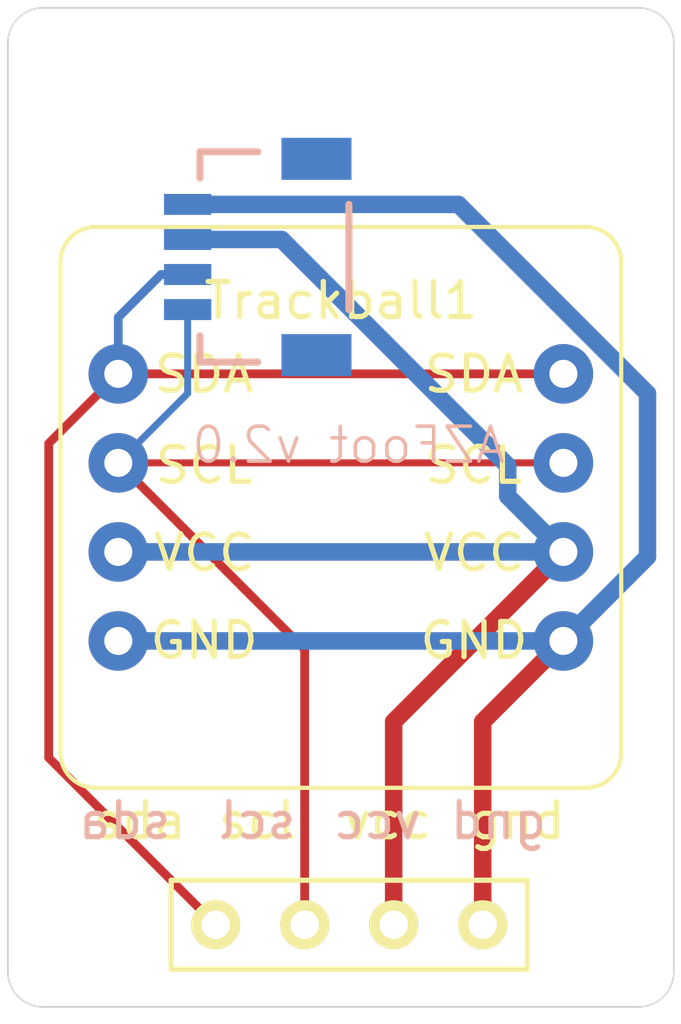
<source format=kicad_pcb>
(kicad_pcb (version 20240108) (generator "pcbnew") (generator_version "8.0")
  (layers (0 "F.Cu" signal) (31 "B.Cu" signal) (34 "B.Paste" user) (35 "F.Paste" user) (36 "B.SilkS" user "B.Silkscreen") (37 "F.SilkS" user "F.Silkscreen") (38 "B.Mask" user) (39 "F.Mask" user) (44 "Edge.Cuts" user))
  (net 0 "")
  (net 1 "VCC")
  (net 2 "SCL")
  (net 3 "GND")
  (net 4 "SDA")
  (footprint "kicad:AZ1UBALL" (layer "F.Cu") (at 30.9563 101.2031)
    (property "Reference" "Trackball1" (at 0 -5.9 180) (layer "F.SilkS"))
    (property "Value" "az1uball")
    (fp_line (start -8 7) (end -8 -7) (stroke (width 0.12)) (layer "F.SilkS"))
    (fp_line (start -7 -8) (end 7 -8) (stroke (width 0.12)) (layer "F.SilkS"))
    (fp_line (start 7 8) (end -7 8) (stroke (width 0.12)) (layer "F.SilkS"))
    (fp_line (start 8 -7) (end 8 7) (stroke (width 0.12)) (layer "F.SilkS"))
    (fp_arc (start -8 -7) (mid -7.707107 -7.707107) (end -7 -8) (stroke (width 0.12)) (layer "F.SilkS"))
    (fp_arc (start -7 8) (mid -7.707107 7.707107) (end -8 7) (stroke (width 0.12)) (layer "F.SilkS"))
    (fp_arc (start 7 -8) (mid 7.707107 -7.707107) (end 8 -7) (stroke (width 0.12)) (layer "F.SilkS"))
    (fp_arc (start 8 7) (mid 7.707107 7.707107) (end 7 8) (stroke (width 0.12)) (layer "F.SilkS"))
    (fp_text user "SCL" (at 3.8 -1.2 0) (layer "F.SilkS"))
    (fp_text user "VCC" (at 3.8 1.3 0) (layer "F.SilkS"))
    (fp_text user "SDA" (at 3.8 -3.8 0) (layer "F.SilkS"))
    (fp_text user "GND" (at -3.9 3.8 0) (layer "F.SilkS"))
    (fp_text user "SDA" (at -3.9 -3.8 0) (layer "F.SilkS"))
    (fp_text user "VCC" (at -3.9 1.3 0) (layer "F.SilkS"))
    (fp_text user "GND" (at 3.8 3.8 0) (layer "F.SilkS"))
    (fp_text user "SCL" (at -3.9 -1.2 0) (layer "F.SilkS"))
    (pad "1" thru_hole circle (at -6.35 -3.81) (size 1.7 1.7) (drill 0.8) (layers "*.Cu" "*.Mask") (net 4 "SDA"))
    (pad "1" thru_hole circle (at 6.35 -3.81) (size 1.7 1.7) (drill 0.8) (layers "*.Cu" "*.Mask") (net 4 "SDA"))
    (pad "2" thru_hole circle (at -6.35 -1.27) (size 1.7 1.7) (drill 0.8) (layers "*.Cu" "*.Mask") (net 2 "SCL"))
    (pad "2" thru_hole circle (at 6.35 -1.27) (size 1.7 1.7) (drill 0.8) (layers "*.Cu" "*.Mask") (net 2 "SCL"))
    (pad "3" thru_hole circle (at -6.35 1.27) (size 1.7 1.7) (drill 0.8) (layers "*.Cu" "*.Mask") (net 1 "VCC"))
    (pad "3" thru_hole circle (at 6.35 1.27) (size 1.7 1.7) (drill 0.8) (layers "*.Cu" "*.Mask") (net 1 "VCC"))
    (pad "4" thru_hole circle (at -6.35 3.81) (size 1.7 1.7) (drill 0.8) (layers "*.Cu" "*.Mask") (net 3 "GND"))
    (pad "4" thru_hole circle (at 6.35 3.81) (size 1.7 1.7) (drill 0.8) (layers "*.Cu" "*.Mask") (net 3 "GND"))
  )
  (footprint "kbd_Parts:OLED" (layer "F.Cu") (at 27.3844 113.109375)
    (property "Reference" "P2")
    (property "Value" "pointing" (hide yes))
    (fp_line (start -1.27 -1.27) (end 8.89 -1.27) (stroke (width 0.15)) (layer "F.SilkS"))
    (fp_line (start -1.27 1.27) (end -1.27 -1.27) (stroke (width 0.15)) (layer "F.SilkS"))
    (fp_line (start -1.27 1.27) (end 8.89 1.27) (stroke (width 0.15)) (layer "F.SilkS"))
    (fp_line (start 8.89 -1.27) (end 8.89 1.27) (stroke (width 0.15)) (layer "F.SilkS"))
    (pad "1" thru_hole circle (at 0 0) (size 1.397 1.397) (drill 0.8128) (layers "*.Cu" "*.Mask" "F.SilkS") (net 4 "SDA"))
    (pad "2" thru_hole circle (at 2.54 0) (size 1.397 1.397) (drill 0.8128) (layers "*.Cu" "*.Mask" "F.SilkS") (net 2 "SCL"))
    (pad "3" thru_hole circle (at 5.08 0) (size 1.397 1.397) (drill 0.8128) (layers "*.Cu" "*.Mask" "F.SilkS") (net 1 "VCC"))
    (pad "4" thru_hole circle (at 7.62 0) (size 1.397 1.397) (drill 0.8128) (layers "*.Cu" "*.Mask" "F.SilkS") (net 3 "GND"))
  )
  (footprint "Rikkodo_FootPrint:rkd_Point_Cut" (layer "F.Cu") (at 30.9563 101.2031)
    (property "Reference" "M1" (hide yes))
    (property "Value" "Mark" (hide yes))
    (fp_line (start -9.5 -13.25) (end -9.5 13.25) (stroke (width 0.05)) (layer "Edge.Cuts"))
    (fp_line (start -8.5 -14.25) (end 8.5 -14.25) (stroke (width 0.05)) (layer "Edge.Cuts"))
    (fp_line (start 8.5 14.25) (end -8.5 14.25) (stroke (width 0.05)) (layer "Edge.Cuts"))
    (fp_line (start 9.5 -13.25) (end 9.5 13.25) (stroke (width 0.05)) (layer "Edge.Cuts"))
    (fp_arc (start -9.5 -13.25) (mid -9.207107 -13.957107) (end -8.5 -14.25) (stroke (width 0.05)) (layer "Edge.Cuts"))
    (fp_arc (start -8.5 14.25) (mid -9.207107 13.957107) (end -9.5 13.25) (stroke (width 0.05)) (layer "Edge.Cuts"))
    (fp_arc (start 8.5 -14.25) (mid 9.207107 -13.957107) (end 9.5 -13.25) (stroke (width 0.05)) (layer "Edge.Cuts"))
    (fp_arc (start 9.5 13.25) (mid 9.207107 13.957107) (end 8.5 14.25) (stroke (width 0.05)) (layer "Edge.Cuts"))
    (pad "" np_thru_hole circle (at -7.25 -12) (size 2.2 2.2) (drill 2.2) (layers "*.Cu" "*.Mask"))
    (pad "" np_thru_hole circle (at -7.25 12) (size 2.2 2.2) (drill 2.2) (layers "*.Cu" "*.Mask"))
    (pad "" np_thru_hole circle (at 7.25 -12) (size 2.2 2.2) (drill 2.2) (layers "*.Cu" "*.Mask"))
    (pad "" np_thru_hole circle (at 7.25 12) (size 2.2 2.2) (drill 2.2) (layers "*.Cu" "*.Mask"))
  )
  (footprint "SparkFun-Connector:JST_SMD_1.0mm-4_Black" (layer "B.Cu") (at 26.586 94.059375 -90)
    (property "Reference" "J1")
    (property "Value" "Qwiic_RA")
    (fp_line (start -3 -0.35) (end -3 -2) (stroke (width 0.2032)) (layer "B.SilkS"))
    (fp_line (start -2.25 -0.35) (end -3 -0.35) (stroke (width 0.2032)) (layer "B.SilkS"))
    (fp_line (start 3 -0.35) (end 2.25 -0.35) (stroke (width 0.2032)) (layer "B.SilkS"))
    (fp_line (start 3 -2) (end 3 -0.35) (stroke (width 0.2032)) (layer "B.SilkS"))
    (fp_line (start 1.5 -4.6) (end -1.5 -4.6) (stroke (width 0.2032)) (layer "B.SilkS"))
    (pad "1" smd rect (at -1.5 0 270) (size 0.6 1.35) (layers "B.Cu" "B.Paste" "B.Mask") (net 3 "GND"))
    (pad "2" smd rect (at -0.5 0 270) (size 0.6 1.35) (layers "B.Cu" "B.Paste" "B.Mask") (net 1 "VCC"))
    (pad "3" smd rect (at 0.5 0 270) (size 0.6 1.35) (layers "B.Cu" "B.Paste" "B.Mask") (net 4 "SDA"))
    (pad "4" smd rect (at 1.5 0 270) (size 0.6 1.35) (layers "B.Cu" "B.Paste" "B.Mask") (net 2 "SCL"))
    (pad "NC1" smd rect (at 2.8 -3.675 270) (size 1.2 2) (layers "B.Cu" "B.Paste" "B.Mask"))
    (pad "NC2" smd rect (at -2.8 -3.675 270) (size 1.2 2) (layers "B.Cu" "B.Paste" "B.Mask"))
  )
  (gr_text "gnd" (at 36.909375 110.728125 0) (layer "B.SilkS") (effects (font (size 1 1)) (justify left bottom mirror)))
  (gr_text "sda" (at 26.19375 110.728125 0) (layer "B.SilkS") (effects (font (size 1 1)) (justify left bottom mirror)))
  (gr_text "vcc" (at 33.3375 110.728125 0) (layer "B.SilkS") (effects (font (size 1 1)) (justify left bottom mirror)))
  (gr_text "scl" (at 29.765625 110.728125 0) (layer "B.SilkS") (effects (font (size 1 1)) (justify left bottom mirror)))
  (gr_text "AZFoot v2.0" (at 35.71875 100.0125 0) (layer "B.SilkS") (effects (font (size 1 1) (thickness 0.1)) (justify left bottom mirror)))
  (gr_text "gnd" (at 34.528125 110.728125 0) (layer "F.SilkS") (effects (font (size 1 1)) (justify left bottom)))
  (gr_text "scl" (at 27.384375 110.728125 0) (layer "F.SilkS") (effects (font (size 1 1)) (justify left bottom)))
  (gr_text "sda" (at 23.8125 110.728125 0) (layer "F.SilkS") (effects (font (size 1 1)) (justify left bottom)))
  (gr_text "vcc" (at 30.95625 110.728125 0) (layer "F.SilkS") (effects (font (size 1 1)) (justify left bottom)))
  (segment (start 37.3063 102.4731) (end 32.4644 107.315) (width 0.5) (layer "F.Cu") (net 1))
  (segment (start 32.4644 107.315) (end 32.4644 113.109375) (width 0.5) (layer "F.Cu") (net 1))
  (segment (start 37.3063 102.4731) (end 35.71875 100.88555) (width 0.5) (layer "B.Cu") (net 1))
  (segment (start 37.3063 102.4731) (end 24.6063 102.4731) (width 0.5) (layer "B.Cu") (net 1))
  (segment (start 35.71875 100.0125) (end 29.265625 93.559375) (width 0.5) (layer "B.Cu") (net 1))
  (segment (start 29.265625 93.559375) (end 26.586 93.559375) (width 0.5) (layer "B.Cu") (net 1))
  (segment (start 35.71875 100.88555) (end 35.71875 100.0125) (width 0.5) (layer "B.Cu") (net 1))
  (segment (start 29.9244 105.2512) (end 29.9244 113.109375) (width 0.25) (layer "F.Cu") (net 2))
  (segment (start 24.6063 99.9331) (end 37.3063 99.9331) (width 0.2) (layer "F.Cu") (net 2))
  (segment (start 24.6063 99.9331) (end 29.9244 105.2512) (width 0.25) (layer "F.Cu") (net 2))
  (segment (start 26.586 95.559375) (end 26.586 97.9534) (width 0.2) (layer "B.Cu") (net 2))
  (segment (start 26.586 97.9534) (end 24.6063 99.9331) (width 0.2) (layer "B.Cu") (net 2))
  (segment (start 35.0044 107.315) (end 37.3063 105.0131) (width 0.5) (layer "F.Cu") (net 3))
  (segment (start 35.0044 113.109375) (end 35.0044 107.315) (width 0.5) (layer "F.Cu") (net 3))
  (segment (start 37.3063 105.0131) (end 39.7063 102.6131) (width 0.5) (layer "B.Cu") (net 3))
  (segment (start 39.7063 102.6131) (end 39.7063 97.954622) (width 0.5) (layer "B.Cu") (net 3))
  (segment (start 39.7063 97.954622) (end 34.311053 92.559375) (width 0.5) (layer "B.Cu") (net 3))
  (segment (start 34.311053 92.559375) (end 26.586 92.559375) (width 0.5) (layer "B.Cu") (net 3))
  (segment (start 24.6063 105.0131) (end 37.3063 105.0131) (width 0.5) (layer "B.Cu") (net 3))
  (segment (start 24.6063 97.3931) (end 37.3063 97.3931) (width 0.25) (layer "F.Cu") (net 4))
  (segment (start 22.621875 108.34685) (end 27.3844 113.109375) (width 0.25) (layer "F.Cu") (net 4))
  (segment (start 24.6063 97.3931) (end 22.621875 99.377525) (width 0.25) (layer "F.Cu") (net 4))
  (segment (start 22.621875 99.377525) (end 22.621875 108.34685) (width 0.25) (layer "F.Cu") (net 4))
  (segment (start 25.827375 94.559375) (end 26.586 94.559375) (width 0.25) (layer "B.Cu") (net 4))
  (segment (start 24.6063 97.3931) (end 24.6063 95.78045) (width 0.25) (layer "B.Cu") (net 4))
  (segment (start 24.6063 95.78045) (end 25.827375 94.559375) (width 0.25) (layer "B.Cu") (net 4))
)
</source>
